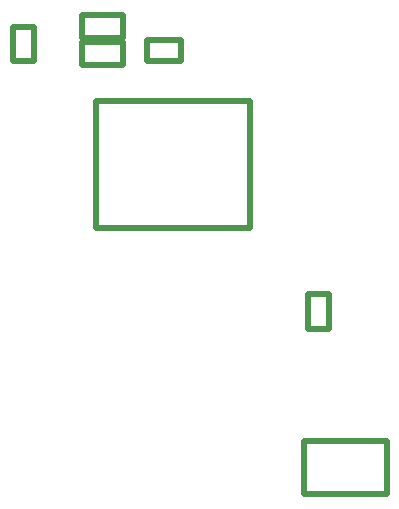
<source format=gbr>
%TF.GenerationSoftware,Altium Limited,Altium Designer,21.1.1 (26)*%
G04 Layer_Color=32896*
%FSLAX42Y42*%
%MOMM*%
%TF.SameCoordinates,421AD0F8-EA99-4668-A15B-16ED363E75F7*%
%TF.FilePolarity,Positive*%
%TF.FileFunction,Other,Mechanical_20*%
%TF.Part,Single*%
G01*
G75*
%TA.AperFunction,NonConductor*%
%ADD20C,0.51*%
D20*
X9203Y9569D02*
X9543D01*
Y9379D02*
Y9569D01*
X9203Y9379D02*
X9543D01*
X9203D02*
Y9569D01*
Y9151D02*
X9543D01*
X9203D02*
Y9341D01*
X9543D01*
Y9151D02*
Y9341D01*
X9319Y7766D02*
X10619D01*
X9319D02*
Y8846D01*
X10619D01*
Y7766D02*
Y8846D01*
X11078Y5518D02*
X11782D01*
X11078D02*
Y5962D01*
X11782D01*
Y5518D02*
Y5962D01*
X8789Y9181D02*
Y9474D01*
X8611Y9181D02*
X8789D01*
X8611D02*
Y9474D01*
X8789D01*
X11112Y6915D02*
Y7208D01*
X11290D01*
Y6915D02*
Y7208D01*
X11112Y6915D02*
X11290D01*
X9747Y9360D02*
X10040D01*
Y9182D02*
Y9360D01*
X9747Y9182D02*
X10040D01*
X9747D02*
Y9360D01*
%TF.MD5,e4a40b1b7ae2672898c0d034f1988906*%
M02*

</source>
